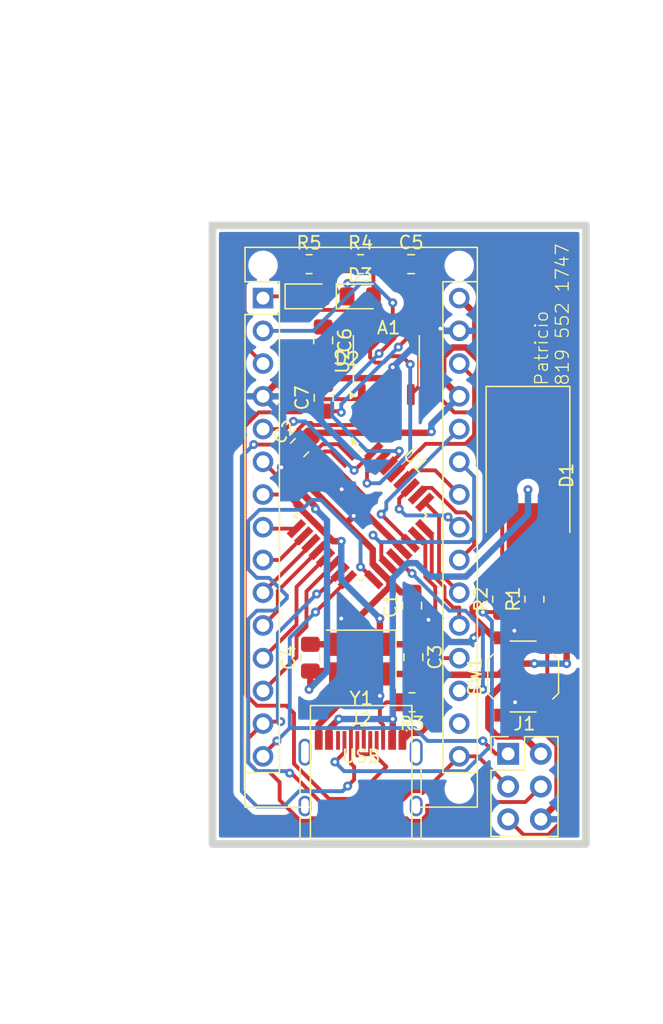
<source format=kicad_pcb>
(kicad_pcb (version 20240108) (generator "pcbnew") (generator_version "8.0")
  (layers (0 "F.Cu" signal) (31 "B.Cu" signal) (34 "B.Paste" user) (35 "F.Paste" user) (36 "B.SilkS" user "B.Silkscreen") (37 "F.SilkS" user "F.Silkscreen") (38 "B.Mask" user) (39 "F.Mask" user) (44 "Edge.Cuts" user))
  (net 0 "")
  (net 1 "D12")
  (net 2 "D10")
  (net 3 "A0")
  (net 4 "D11")
  (net 5 "D2")
  (net 6 "A4")
  (net 7 "A6")
  (net 8 "D4")
  (net 9 "D6")
  (net 10 "D0")
  (net 11 "GND")
  (net 12 "AREF")
  (net 13 "D1")
  (net 14 "VCC")
  (net 15 "A2")
  (net 16 "A1")
  (net 17 "/RESET")
  (net 18 "A3")
  (net 19 "D8")
  (net 21 "D9")
  (net 22 "A7")
  (net 23 "D5")
  (net 24 "A5")
  (net 25 "D3")
  (net 26 "D7")
  (net 27 "D13")
  (net 28 "Net-(U1-XTAL2{slash}PB7)")
  (net 29 "Net-(U1-XTAL1{slash}PB6)")
  (net 30 "Net-(U2-~{RTS})")
  (net 31 "Net-(U2-V3)")
  (net 32 "Net-(U2-VCC)")
  (net 33 "/VBUS")
  (net 34 "Net-(D2-A)")
  (net 35 "Net-(D3-A)")
  (net 36 "Net-(J2-CC2)")
  (net 37 "/UD-")
  (net 38 "/UD+")
  (net 42 "Net-(J2-CC1)")
  (net 46 "Net-(U1-GND-Pad21)")
  (footprint "Resistor_SMD:R_0805_2012Metric_Pad1.20x1.40mm_HandSolder" (layer "F.Cu") (at 135.5 76)
    (property "Reference" "R4")
    (property "Value" "1K")
  )
  (footprint "Module:Arduino_Nano_WithMountingHoles" (layer "F.Cu") (at 127.925 78.635)
    (property "Reference" "A1")
    (property "Value" "Arduino_Nano_v3.x")
  )
  (footprint "Capacitor_SMD:C_0805_2012Metric_Pad1.18x1.45mm_HandSolder" (layer "F.Cu") (at 132.635 86.375 90)
    (property "Reference" "C7")
    (property "Value" "100nf")
  )
  (footprint "Resistor_SMD:R_0805_2012Metric_Pad1.20x1.40mm_HandSolder" (layer "F.Cu") (at 149 102 90)
    (property "Reference" "R1")
    (property "Value" "100k")
  )
  (footprint "Capacitor_SMD:C_0805_2012Metric_Pad1.18x1.45mm_HandSolder" (layer "F.Cu") (at 130.766377 90.233623 45)
    (property "Reference" "C2")
    (property "Value" "100nf")
  )
  (footprint "Capacitor_SMD:C_0805_2012Metric_Pad1.18x1.45mm_HandSolder" (layer "F.Cu") (at 132.5975 81.9125 -90)
    (property "Reference" "C6")
    (property "Value" "100nf")
  )
  (footprint "Capacitor_SMD:C_0805_2012Metric_Pad1.18x1.45mm_HandSolder" (layer "F.Cu") (at 139.5 102.5 90)
    (property "Reference" "C1")
    (property "Value" "100nf")
  )
  (footprint "Resistor_SMD:R_0805_2012Metric_Pad1.20x1.40mm_HandSolder" (layer "F.Cu") (at 131.5 76)
    (property "Reference" "R5")
    (property "Value" "1K")
  )
  (footprint "LED_SMD:LED_0805_2012Metric_Pad1.15x1.40mm_HandSolder" (layer "F.Cu") (at 135.475 78.5)
    (property "Reference" "D3")
    (property "Value" "GREEN")
  )
  (footprint "Package_QFP:TQFP-32_7x7mm_P0.8mm" (layer "F.Cu") (at 135.5 95.5 -45)
    (property "Reference" "U1")
    (property "Value" "ATmega328P-A")
  )
  (footprint "Button_Switch_SMD:SW_Push_1P1T_XKB_TS-1187A" (layer "F.Cu") (at 148.125 108 90)
    (property "Reference" "SW1")
    (property "Value" "SW_SPST")
  )
  (footprint "LED_SMD:LED_0805_2012Metric_Pad1.15x1.40mm_HandSolder" (layer "F.Cu") (at 131.5 78.5)
    (property "Reference" "D2")
    (property "Value" "YELLOW")
  )
  (footprint "Capacitor_SMD:C_0805_2012Metric_Pad1.18x1.45mm_HandSolder" (layer "F.Cu") (at 131.6 106.5375 90)
    (property "Reference" "C4")
    (property "Value" "12pf")
  )
  (footprint "Capacitor_SMD:C_0805_2012Metric_Pad1.18x1.45mm_HandSolder" (layer "F.Cu") (at 139.6 106.5 -90)
    (property "Reference" "C3")
    (property "Value" "12pf")
  )
  (footprint "Package_SO:SOP-8_3.9x4.9mm_P1.27mm" (layer "F.Cu") (at 137.5 83.5 90)
    (property "Reference" "U2")
    (property "Value" "CH340N")
  )
  (footprint "Diode_SMD:D_SMC_Handsoldering" (layer "F.Cu") (at 148.5 92.4 -90)
    (property "Reference" "D1")
    (property "Value" "C35722")
  )
  (footprint "Resistor_SMD:R_0805_2012Metric_Pad1.20x1.40mm_HandSolder" (layer "F.Cu") (at 139.5 110 180)
    (property "Reference" "R3")
    (property "Value" "5K1")
  )
  (footprint "Capacitor_SMD:C_0805_2012Metric_Pad1.18x1.45mm_HandSolder" (layer "F.Cu") (at 139.425 76)
    (property "Reference" "C5")
    (property "Value" "100nf")
  )
  (footprint "Resistor_SMD:R_0805_2012Metric_Pad1.20x1.40mm_HandSolder" (layer "F.Cu") (at 146.5 102 90)
    (property "Reference" "R2")
    (property "Value" "5K1")
  )
  (footprint "Connector_PinHeader_2.54mm:PinHeader_2x03_P2.54mm_Vertical" (layer "F.Cu") (at 146.96 114)
    (property "Reference" "J1")
    (property "Value" "ICSP")
  )
  (footprint "Crystal:Crystal_SMD_3225-4Pin_3.2x2.5mm_HandSoldering" (layer "F.Cu") (at 135.55 106.65 180)
    (property "Reference" "Y1")
    (property "Value" "Crystal_GND24")
  )
  (footprint "Connector_USB:USB_C_Receptacle_HRO_TYPE-C-31-M-12" (layer "F.Cu") (at 135.5 117)
    (property "Reference" "J2")
    (property "Value" "USB_C_Receptacle_USB2.0_16P")
  )
  (gr_rect (start 124 73) (end 153 121) (stroke (width 0.6)) (fill none) (layer "Edge.Cuts"))
  (gr_text "Patricio\n819 552 1747" (at 151.75 85.49 90) (layer "F.SilkS") (effects (font (size 1 1) (thickness 0.1)) (justify left bottom)))
  (segment (start 127.925 114.075) (end 129 113) (width 0.3) (layer "F.Cu") (net 1))
  (segment (start 146 114) (end 145 113) (width 0.3) (layer "F.Cu") (net 1))
  (segment (start 127.925 114.195) (end 127.925 114.075) (width 0.3) (layer "F.Cu") (net 1))
  (segment (start 146.96 114) (end 146 114) (width 0.3) (layer "F.Cu") (net 1))
  (segment (start 132 103) (end 134.474695 100.525305) (width 0.3) (layer "F.Cu") (net 1))
  (segment (start 134.474695 100.525305) (end 134.474695 100.485103) (width 0.3) (layer "F.Cu") (net 1))
  (via (at 145 113) (size 0.7) (drill 0.3) (layers "F.Cu" "B.Cu") (net 1))
  (via (at 132 103) (size 0.7) (drill 0.3) (layers "F.Cu" "B.Cu") (net 1))
  (via (at 129 113) (size 0.7) (drill 0.3) (layers "F.Cu" "B.Cu") (net 1))
  (segment (start 140.702082 113) (end 139.702082 112) (width 0.3) (layer "B.Cu") (net 1))
  (segment (start 129 113) (end 130 112) (width 0.3) (layer "B.Cu") (net 1))
  (segment (start 139.702082 112) (end 130 112) (width 0.3) (layer "B.Cu") (net 1))
  (segment (start 130 105) (end 132 103) (width 0.3) (layer "B.Cu") (net 1))
  (segment (start 145 113) (end 140.702082 113) (width 0.3) (layer "B.Cu") (net 1))
  (segment (start 130 112) (end 130 105) (width 0.3) (layer "B.Cu") (net 1))
  (segment (start 131.3 104.132044) (end 131.3 101.397056) (width 0.3) (layer "F.Cu") (net 2))
  (segment (start 127.925 109.115) (end 130.525 106.515) (width 0.3) (layer "F.Cu") (net 2))
  (segment (start 130.525 106.515) (end 130.525 104.907044) (width 0.3) (layer "F.Cu") (net 2))
  (segment (start 131.3 101.397056) (end 133.343324 99.353732) (width 0.3) (layer "F.Cu") (net 2))
  (segment (start 130.525 104.907044) (end 131.3 104.132044) (width 0.3) (layer "F.Cu") (net 2))
  (segment (start 141.3 101.044212) (end 140.529557 100.273769) (width 0.3) (layer "F.Cu") (net 3))
  (segment (start 141.5 106.5) (end 141.5 103.18995) (width 0.3) (layer "F.Cu") (net 3))
  (segment (start 141.5 103.18995) (end 141.3 102.98995) (width 0.3) (layer "F.Cu") (net 3))
  (segment (start 139.919417 97.09099) (end 139.919417 97.335763) (width 0.3) (layer "F.Cu") (net 3))
  (segment (start 141.3 102.98995) (end 141.3 101.044212) (width 0.3) (layer "F.Cu") (net 3))
  (segment (start 140.529557 100.273769) (end 140.529557 97.70113) (width 0.3) (layer "F.Cu") (net 3))
  (segment (start 141.5 106.5) (end 141.575 106.575) (width 0.3) (layer "F.Cu") (net 3))
  (segment (start 143.165 106.575) (end 141.575 106.575) (width 0.3) (layer "F.Cu") (net 3))
  (segment (start 140.529557 97.70113) (end 139.919417 97.09099) (width 0.3) (layer "F.Cu") (net 3))
  (segment (start 126.775 114.671346) (end 126.775 112.805) (width 0.3) (layer "F.Cu") (net 4))
  (segment (start 129.215 117.587082) (end 129.215 116.200665) (width 0.3) (layer "F.Cu") (net 4))
  (segment (start 130.827918 119.2) (end 129.215 117.587082) (width 0.3) (layer "F.Cu") (net 4))
  (segment (start 129.215 116.200665) (end 128.359335 115.345) (width 0.3) (layer "F.Cu") (net 4))
  (segment (start 126.775 112.805) (end 127.925 111.655) (width 0.3) (layer "F.Cu") (net 4))
  (segment (start 140.67 118.702082) (end 140.172082 119.2) (width 0.3) (layer "F.Cu") (net 4))
  (segment (start 143.954999 118.025) (end 140.67 118.025) (width 0.3) (layer "F.Cu") (net 4))
  (segment (start 129.3 111.5) (end 128.08 111.5) (width 0.3) (layer "F.Cu") (net 4))
  (segment (start 132.234924 101.593503) (end 133.90901 99.919417) (width 0.3) (layer "F.Cu") (net 4))
  (segment (start 128.359335 115.345) (end 127.448654 115.345) (width 0.3) (layer "F.Cu") (net 4))
  (segment (start 144.239999 117.74) (end 143.954999 118.025) (width 0.3) (layer "F.Cu") (net 4))
  (segment (start 140.172082 119.2) (end 139.267918 119.2) (width 0.3) (layer "F.Cu") (net 4))
  (segment (start 131.532082 119.2) (end 130.827918 119.2) (width 0.3) (layer "F.Cu") (net 4))
  (segment (start 139.267918 119.2) (end 139.067918 119) (width 0.3) (layer "F.Cu") (net 4))
  (segment (start 132.093503 101.593503) (end 132.234924 101.593503) (width 0.3) (layer "F.Cu") (net 4))
  (segment (start 128.08 111.5) (end 127.925 111.655) (width 0.3) (layer "F.Cu") (net 4))
  (segment (start 127.448654 115.345) (end 126.775 114.671346) (width 0.3) (layer "F.Cu") (net 4))
  (segment (start 131.732082 119) (end 131.532082 119.2) (width 0.3) (layer "F.Cu") (net 4))
  (segment (start 149.5 116.54) (end 148.3 117.74) (width 0.3) (layer "F.Cu") (net 4))
  (segment (start 139.067918 119) (end 131.732082 119) (width 0.3) (layer "F.Cu") (net 4))
  (segment (start 148.3 117.74) (end 144.239999 117.74) (width 0.3) (layer "F.Cu") (net 4))
  (segment (start 140.67 118.025) (end 140.67 118.702082) (width 0.3) (layer "F.Cu") (net 4))
  (via (at 132.093503 101.593503) (size 0.7) (drill 0.3) (layers "F.Cu" "B.Cu") (net 4))
  (via (at 129.3 111.5) (size 0.7) (drill 0.3) (layers "F.Cu" "B.Cu") (net 4))
  (segment (start 129.3 111.5) (end 129.075 111.275) (width 0.3) (layer "B.Cu") (net 4))
  (segment (start 129.075 104.612006) (end 132.093503 101.593503) (width 0.3) (layer "B.Cu") (net 4))
  (segment (start 129.075 111.275) (end 129.075 104.612006) (width 0.3) (layer "B.Cu") (net 4))
  (segment (start 135.040202 92) (end 136.525305 90.514897) (width 0.3) (layer "F.Cu") (net 5))
  (segment (start 135 92) (end 135.040202 92) (width 0.3) (layer "F.Cu") (net 5))
  (segment (start 130.289771 88.199999) (end 129.69477 88.795) (width 0.3) (layer "F.Cu") (net 5))
  (segment (start 129.69477 88.795) (end 127.925 88.795) (width 0.3) (layer "F.Cu") (net 5))
  (via (at 135 92) (size 0.7) (drill 0.3) (layers "F.Cu" "B.Cu") (net 5))
  (via (at 130.289771 88.199999) (size 0.7) (drill 0.3) (layers "F.Cu" "B.Cu") (net 5))
  (segment (start 130.289771 88.199999) (end 131.199999 88.199999) (width 0.3) (layer "B.Cu") (net 5))
  (segment (start 131.199999 88.199999) (end 135 92) (width 0.3) (layer "B.Cu") (net 5))
  (segment (start 138.5 95) (end 138.5 94.197056) (width 0.3) (layer "F.Cu") (net 6))
  (segment (start 143.165 96.415) (end 143.088705 96.415) (width 0.3) (layer "F.Cu") (net 6))
  (segment (start 143.088705 96.415) (end 142.295243 95.621538) (width 0.3) (layer "F.Cu") (net 6))
  (segment (start 138.5 94.197056) (end 139.353732 93.343324) (width 0.3) (layer "F.Cu") (net 6))
  (via (at 142.295243 95.621538) (size 0.7) (drill 0.3) (layers "F.Cu" "B.Cu") (net 6))
  (via (at 138.5 95) (size 0.7) (drill 0.3) (layers "F.Cu" "B.Cu") (net 6))
  (segment (start 142.295243 95.621538) (end 142.173705 95.5) (width 0.3) (layer "B.Cu") (net 6))
  (segment (start 142.173705 95.5) (end 139 95.5) (width 0.3) (layer "B.Cu") (net 6))
  (segment (start 139 95.5) (end 138.5 95) (width 0.3) (layer "B.Cu") (net 6))
  (segment (start 137.656676 99.353732) (end 137.112221 98.809277) (width 0.3) (layer "F.Cu") (net 7))
  (segment (start 137.112221 97.677907) (end 136.467157 97.032843) (width 0.3) (layer "F.Cu") (net 7))
  (segment (start 137.112221 98.809277) (end 137.112221 97.677907) (width 0.3) (layer "F.Cu") (net 7))
  (via (at 136.467157 97.032843) (size 0.7) (drill 0.3) (layers "F.Cu" "B.Cu") (net 7))
  (segment (start 136.999314 97.565) (end 143.935 97.565) (width 0.3) (layer "B.Cu") (net 7))
  (segment (start 143.935 97.565) (end 144.315 97.185) (width 0.3) (layer "B.Cu") (net 7))
  (segment (start 144.315 92.485) (end 143.165 91.335) (width 0.3) (layer "B.Cu") (net 7))
  (segment (start 136.467157 97.032843) (end 136.999314 97.565) (width 0.3) (layer "B.Cu") (net 7))
  (segment (start 144.315 97.185) (end 144.315 92.485) (width 0.3) (layer "B.Cu") (net 7))
  (segment (start 129.352386 93.875) (end 127.925 93.875) (width 0.3) (layer "F.Cu") (net 8))
  (segment (start 133.90901 91.080583) (end 133.364555 90.536128) (width 0.3) (layer "F.Cu") (net 8))
  (segment (start 132.691258 90.536128) (end 129.352386 93.875) (width 0.3) (layer "F.Cu") (net 8))
  (segment (start 133.364555 90.536128) (end 132.691258 90.536128) (width 0.3) (layer "F.Cu") (net 8))
  (segment (start 131.080583 97.09099) (end 129.216573 98.955) (width 0.3) (layer "F.Cu") (net 9))
  (segment (start 129.216573 98.955) (end 127.925 98.955) (width 0.3) (layer "F.Cu") (net 9))
  (segment (start 138 80.74) (end 138.135 80.875) (width 0.3) (layer "F.Cu") (net 10))
  (segment (start 137.656676 91.646268) (end 138.5 90.802944) (width 0.3) (layer "F.Cu") (net 10))
  (segment (start 134.45 77.55) (end 134.5 77.5) (width 0.3) (layer "F.Cu") (net 10))
  (segment (start 136.939339 82.939339) (end 138.135 81.743678) (width 0.3) (layer "F.Cu") (net 10))
  (segment (start 138.5 90.802944) (end 138.5 90.5) (width 0.3) (layer "F.Cu") (net 10))
  (segment (start 138.135 81.743678) (end 138.135 80.875) (width 0.3) (layer "F.Cu") (net 10))
  (segment (start 138 79) (end 138 80.74) (width 0.3) (layer "F.Cu") (net 10))
  (segment (start 134.45 78.5) (end 134.45 77.55) (width 0.3) (layer "F.Cu") (net 10))
  (via (at 138 79) (size 0.7) (drill 0.3) (layers "F.Cu" "B.Cu") (net 10))
  (via (at 134.5 77.5) (size 0.7) (drill 0.3) (layers "F.Cu" "B.Cu") (net 10))
  (via (at 136.939339 82.939339) (size 0.7) (drill 0.3) (layers "F.Cu" "B.Cu") (net 10))
  (via (at 138.5 90.5) (size 0.7) (drill 0.3) (layers "F.Cu" "B.Cu") (net 10))
  (segment (start 138.5 90.5) (end 136.01005 90.5) (width 0.3) (layer "B.Cu") (net 10))
  (segment (start 134.5 77.5) (end 135.5 77.5) (width 0.3) (layer "B.Cu") (net 10))
  (segment (start 133.3 86.578678) (end 136.939339 82.939339) (width 0.3) (layer "B.Cu") (net 10))
  (segment (start 133.3 87.78995) (end 133.3 86.578678) (width 0.3) (layer "B.Cu") (net 10))
  (segment (start 131.825 81.175) (end 127.925 81.175) (width 0.3) (layer "B.Cu") (net 10))
  (segment (start 135.5 77.5) (end 136.5 77.5) (width 0.3) (layer "B.Cu") (net 10))
  (segment (start 136.5 77.5) (end 138 79) (width 0.3) (layer "B.Cu") (net 10))
  (segment (start 136.01005 90.5) (end 133.3 87.78995) (width 0.3) (layer "B.Cu") (net 10))
  (segment (start 135.5 77.5) (end 131.825 81.175) (width 0.3) (layer "B.Cu") (net 10))
  (segment (start 129.349126 91.650874) (end 130.032754 90.967246) (width 0.5) (layer "F.Cu") (net 11))
  (segment (start 139.3375 107.8) (end 139.6 107.5375) (width 0.5) (layer "F.Cu") (net 11))
  (segment (start 134 105.4) (end 134.1 105.5) (width 0.5) (layer "F.Cu") (net 11))
  (segment (start 132.635 85.3375) (end 132.635 82.9875) (width 0.5) (layer "F.Cu") (net 11))
  (segment (start 137.735445 100.563872) (end 137.735445 101.042731) (width 0.5) (layer "F.Cu") (net 11))
  (segment (start 138.135 85.300001) (end 137.684999 84.85) (width 0.5) (layer "F.Cu") (net 11))
  (segment (start 134.401472 96.098528) (end 134.967157 95.532843) (width 0.5) (layer "F.Cu") (net 11))
  (segment (start 127.925 86.255) (end 128.8425 85.3375) (width 0.5) (layer "F.Cu") (net 11))
  (segment (start 138.634073 101.4625) (end 139.5 101.4625) (width 0.5) (layer "F.Cu") (net 11))
  (segment (start 139.335 112.37) (end 140.13 112.37) (width 0.5) (layer "F.Cu") (net 11))
  (segment (start 140.675 103.498158) (end 140.775 103.598158) (width 0.5) (layer "F.Cu") (net 11))
  (segment (start 135.278176 103.5) (end 134 103.5) (width 0.5) (layer "F.Cu") (net 11))
  (segment (start 138 84) (end 138 84.534999) (width 0.5) (layer "F.Cu") (net 11))
  (segment (start 137.09099 99.919417) (end 136.446536 99.274963) (width 0.5) (layer "F.Cu") (net 11))
  (segment (start 137 107.8) (end 139.3375 107.8) (width 0.5) (layer "F.Cu") (net 11))
  (segment (start 146.5 111) (end 147.5 110) (width 0.5) (layer "F.Cu") (net 11))
  (segment (start 146.803186 104.446814) (end 146.25 105) (width 0.5) (layer "F.Cu") (net 11))
  (segment (start 147.2 111.95) (end 146.25 111) (width 0.5) (layer "F.Cu") (net 11))
  (segment (start 144.684315 103.815685) (end 144.2 103.331371) (width 0.5) (layer "F.Cu") (net 11))
  (segment (start 132.635 82.9875) (end 132.5975 82.95) (width 0.5) (layer "F.Cu") (net 11))
  (segment (start 131.6 105.5) (end 134.1 105.5) (width 0.5) (layer "F.Cu") (net 11))
  (segment (start 138.75 112.955) (end 139.335 112.37) (width 0.5) (layer "F.Cu") (net 11))
  (segment (start 144.2 102.668629) (end 145.868629 101) (width 0.5) (layer "F.Cu") (net 11))
  (segment (start 149.5 119.08) (end 150.8 117.78) (width 0.5) (layer "F.Cu") (net 11))
  (segment (start 133.1225 84.85) (end 132.635 85.3375) (width 0.5) (layer "F.Cu") (net 11))
  (segment (start 146.25 105) (end 145.868629 105) (width 0.5) (layer "F.Cu") (net 11))
  (segment (start 147.446814 104.446814) (end 146.803186 104.446814) (width 0.5) (layer "F.Cu") (net 11))
  (segment (start 134.032843 93.467157) (end 132.777639 92.211953) (width 0.5) (layer "F.Cu") (net 11))
  (segment (start 150.8 117.78) (end 150.8 113.3) (width 0.5) (layer "F.Cu") (net 11))
  (segment (start 140.5 112) (end 140.5 110) (width 0.5) (layer "F.Cu") (net 11))
  (segment (start 137.09099 99.919417) (end 138.634073 101.4625) (width 0.5) (layer "F.Cu") (net 11))
  (segment (start 136.446536 99.274963) (end 136.446536 98.143592) (width 0.5) (layer "F.Cu") (net 11))
  (segment (start 140.13 112.37) (end 140.5 112) (width 0.5) (layer "F.Cu") (net 11))
  (segment (start 137.684999 84.85) (end 133.1225 84.85) (width 0.5) (layer "F.Cu") (net 11))
  (segment (start 145.868629 105) (end 144.684315 103.815685) (width 0.5) (layer "F.Cu") (net 11))
  (segment (start 146.25 111) (end 146.5 111) (width 0.5) (layer "F.Cu") (net 11))
  (segment (start 138.135 86.125) (end 138.135 85.300001) (width 0.5) (layer "F.Cu") (net 11))
  (segment (start 149.45 111.95) (end 147.2 111.95) (width 0.5) (layer "F.Cu") (net 11))
  (segment (start 138.75 112.955) (end 138.75 112.25) (width 0.5) (layer "F.Cu") (net 11))
  (segment (start 136.446536 98.143592) (end 134.401472 96.098528) (width 0.5) (layer "F.Cu") (net 11))
  (segment (start 134 103.5) (end 134 105.4) (width 0.5) (layer "F.Cu") (net 11))
  (segment (start 145.868629 101) (end 146.5 101) (width 0.5) (layer "F.Cu") (net 11))
  (segment (start 144.3 105) (end 144.684315 104.615685) (width 0.5) (layer "F.Cu") (net 11))
  (segment (start 150.8 113.3) (end 149.45 111.95) (width 0.5) (layer "F.Cu") (net 11))
  (segment (start 144.2 103.331371) (end 144.2 102.668629) (width 0.5) (layer "F.Cu") (net 11))
  (segment (start 140.675 102.6375) (end 140.675 103.498158) (width 0.5) (layer "F.Cu") (net 11))
  (segment (start 134.401472 96.098528) (end 131.646268 93.343324) (width 0.5) (layer "F.Cu") (net 11))
  (segment (start 128.8425 85.3375) (end 132.635 85.3375) (width 0.5) (layer "F.Cu") (net 11))
  (segment (start 137.735445 101.042731) (end 135.278176 103.5) (width 0.5) (layer "F.Cu") (net 11))
  (segment (start 138 84.534999) (end 137.684999 84.85) (width 0.5) (layer "F.Cu") (net 11))
  (segment (start 144.684315 104.615685) (end 144.684315 103.815685) (width 0.5) (layer "F.Cu") (net 11))
  (segment (start 139.6 107.5375) (end 139.6 109.6) (width 0.5) (layer "F.Cu") (net 11))
  (segment (start 141.875 81.175) (end 141.7 81) (width 0.5) (layer "F.Cu") (net 11))
  (segment (start 132.25 111.73) (end 132.25 112.955) (width 0.5) (layer "F.Cu") (net 11))
  (segment (start 134.48 109.5) (end 132.25 111.73) (width 0.5) (layer "F.Cu") (net 11))
  (segment (start 139.5 101.4625) (end 140.675 102.6375) (width 0.5) (layer "F.Cu") (net 11))
  (segment (start 137 107.8) (end 137 109.5) (width 0.5) (layer "F.Cu") (net 11))
  (segment (start 137.09099 99.919417) (end 137.735445 100.563872) (width 0.5) (layer "F.Cu") (net 11))
  (segment (start 139.6 109.6) (end 140.5 110.5) (width 0.5) (layer "F.Cu") (net 11))
  (segment (start 129.349126 91.769176) (end 129.349126 91.650874) (width 0.5) (layer "F.Cu") (net 11))
  (segment (start 137 109.5) (end 134.48 109.5) (width 0.5) (layer "F.Cu") (net 11))
  (segment (start 143.165 81.175) (end 141.875 81.175) (width 0.5) (layer "F.Cu") (net 11))
  (via (at 147.5 110) (size 0.7) (drill 0.3) (layers "F.Cu" "B.Cu") (net 11))
  (via (at 134 103.5) (size 0.7) (drill 0.3) (layers "F.Cu" "B.Cu") (net 11))
  (via (at 140.775 103.598158) (size 0.7) (drill 0.3) (layers "F.Cu" "B.Cu") (net 11))
  (via (at 141.7 81) (size 0.7) (drill 0.3) (layers "F.Cu" "B.Cu") (net 11))
  (via (at 138 84) (size 0.7) (drill 0.3) (layers "F.Cu" "B.Cu") (net 11))
  (via (at 137 109.5) (size 0.7) (drill 0.3) (layers "F.Cu" "B.Cu") (net 11))
  (via (at 147.446814 104.446814) (size 0.7) (drill 0.3) (layers "F.Cu" "B.Cu") (net 11))
  (via (at 134.967157 95.532843) (size 0.7) (drill 0.3) (layers "F.Cu" "B.Cu") (net 11))
  (via (at 129.349126 91.769176) (size 0.7) (drill 0.3) (layers "F.Cu" "B.Cu") (net 11))
  (via (at 134.032843 93.467157) (size 0.7) (drill 0.3) (layers "F.Cu" "B.Cu") (net 11))
  (via (at 144.3 105) (size 0.7) (drill 0.3) (layers "F.Cu" "B.Cu") (net 11))
  (segment (start 147.5 110) (end 147.5 104.5) (width 0.5) (layer "B.Cu") (net 11))
  (segment (start 134 103.5) (end 134 106.5) (width 0.5) (layer "B.Cu") (net 11))
  (segment (start 141 81) (end 138 84) (width 0.5) (layer "B.Cu") (net 11))
  (segment (start 140.775 103.598158) (end 142.501842 105.325) (width 0.5) (layer "B.Cu") (net 11))
  (segment (start 134.532843 93.967157) (end 134.032843 93.467157) (width 0.5) (layer "B.Cu") (net 11))
  (segment (start 141.7 81) (end 141 81) (width 0.5) (layer "B.Cu") (net 11))
  (segment (start 134.967157 95.532843) (end 134.967157 94.401471) (width 0.5) (layer "B.Cu") (net 11))
  (segment (start 134 106.5) (end 137 109.5) (width 0.5) (layer "B.Cu") (net 11))
  (segment (start 130 91.769176) (end 129.489771 91.258947) (width 0.5) (layer "B.Cu") (net 11))
  (segment (start 147.5 104.5) (end 147.446814 104.446814) (width 0.5) (layer "B.Cu") (net 11))
  (segment (start 142.501842 105.325) (end 143.975 105.325) (width 0.5) (layer "B.Cu") (net 11))
  (segment (start 143.975 105.325) (end 144.3 105) (width 0.5) (layer "B.Cu") (net 11))
  (segment (start 132.334862 91.769176) (end 130 91.769176) (width 0.5) (layer "B.Cu") (net 11))
  (segment (start 129.489771 87.819771) (end 127.925 86.255) (width 0.5) (layer "B.Cu") (net 11))
  (segment (start 134.967157 94.401471) (end 134.532843 93.967157) (width 0.5) (layer "B.Cu") (net 11))
  (segment (start 130 91.769176) (end 129.349126 91.769176) (width 0.5) (layer "B.Cu") (net 11))
  (segment (start 134.532843 93.967157) (end 132.334862 91.769176) (width 0.5) (layer "B.Cu") (net 11))
  (segment (start 129.489771 91.258947) (end 129.489771 87.819771) (width 0.5) (layer "B.Cu") (net 11))
  (segment (start 143.165 109.115) (end 144.885 109.115) (width 0.3) (layer "F.Cu") (net 12))
  (segment (start 144.885 109.115) (end 145 109) (width 0.3) (layer "F.Cu") (net 12))
  (segment (start 139.5 100) (end 139.434314 100) (width 0.3) (layer "F.Cu") (net 12))
  (segment (start 139.434314 100) (end 138.222361 98.788047) (width 0.3) (layer "F.Cu") (net 12))
  (via (at 139.5 100) (size 0.7) (drill 0.3) (layers "F.Cu" "B.Cu") (net 12))
  (via (at 145 109) (size 0.7) (drill 0.3) (layers "F.Cu" "B.Cu") (net 12))
  (segment (start 145 104.243654) (end 143.641346 102.885) (width 0.3) (layer "B.Cu") (net 12))
  (segment (start 142.385 102.885) (end 139.5 100) (width 0.3) (layer "B.Cu") (net 12))
  (segment (start 145 109) (end 145 104.243654) (width 0.3) (layer "B.Cu") (net 12))
  (segment (start 143.641346 102.885) (end 142.385 102.885) (width 0.3) (layer "B.Cu") (net 12))
  (segment (start 136 92.171573) (end 136 93) (width 0.3) (layer "F.Cu") (net 13))
  (segment (start 137.278678 83.639339) (end 136.639339 83.639339) (width 0.3) (layer "F.Cu") (net 13))
  (segment (start 136.865 82.023728) (end 136.865 80.875) (width 0.3) (layer "F.Cu") (net 13))
  (segment (start 130.475 78.5) (end 128.06 78.5) (width 0.3) (layer "F.Cu") (net 13))
  (segment (start 128.06 78.5) (end 127.925 78.635) (width 0.3) (layer "F.Cu") (net 13))
  (segment (start 136.239339 82.649389) (end 136.865 82.023728) (width 0.3) (layer "F.Cu") (net 13))
  (segment (start 136.364999 79.55) (end 131.525 79.55) (width 0.3) (layer "F.Cu") (net 13))
  (segment (start 136.639339 83.639339) (end 136.239339 83.239339) (width 0.3) (layer "F.Cu") (net 13))
  (segment (start 131.525 79.55) (end 130.475 78.5) (width 0.3) (layer "F.Cu") (net 13))
  (segment (start 138.717969 83.139339) (end 137.778678 83.139339) (width 0.3) (layer "F.Cu") (net 13))
  (segment (start 139.355 83.77637) (end 138.717969 83.139339) (width 0.3) (layer "F.Cu") (net 13))
  (segment (start 136.865 80.050001) (end 136.364999 79.55) (width 0.3) (layer "F.Cu") (net 13))
  (segment (start 136.865 80.875) (end 136.865 80.050001) (width 0.3) (layer "F.Cu") (net 13))
  (segment (start 137.09099 91.080583) (end 136 92.171573) (width 0.3) (layer "F.Cu") (net 13))
  (segment (start 136.239339 83.239339) (end 136.239339 82.649389) (width 0.3) (layer "F.Cu") (net 13))
  (segment (start 137.778678 83.139339) (end 137.278678 83.639339) (width 0.3) (layer "F.Cu") (net 13))
  (via (at 136 93) (size 0.7) (drill 0.3) (layers "F.Cu" "B.Cu") (net 13))
  (via (at 139.355 83.77637) (size 0.7) (drill 0.3) (layers "F.Cu" "B.Cu") (net 13))
  (segment (start 139.355 90.63495) (end 139.355 83.77637) (width 0.3) (layer "B.Cu") (net 13))
  (segment (start 136.98995 93) (end 139.355 90.63495) (width 0.3) (layer "B.Cu") (net 13))
  (segment (start 136 93) (end 136.98995 93) (width 0.3) (layer "B.Cu") (net 13))
  (segment (start 143.165 86.255) (end 141.915 85.005) (width 0.5) (layer "F.Cu") (net 14))
  (segment (start 144.415 83.085) (end 144.358883 83.141117) (width 0.5) (layer "F.Cu") (net 14))
  (segment (start 149 103) (end 149 104.025) (width 0.5) (layer "F.Cu") (net 14))
  (segment (start 148.15 112.65) (end 146.125 112.65) (width 0.5) (layer "F.Cu") (net 14))
  (segment (start 146.21 107.865) (end 141.365 107.865) (width 0.5) (layer "F.Cu") (net 14))
  (segment (start 144.415 79.885) (end 144.415 83.085) (width 0.5) (layer "F.Cu") (net 14))
  (segment (start 142.647233 82.465) (end 143.682767 82.465) (width 0.5) (layer "F.Cu") (net 14))
  (segment (start 141.915 83.197233) (end 142.647233 82.465) (width 0.5) (layer "F.Cu") (net 14))
  (segment (start 147.075 107) (end 149 107) (width 0.5) (layer "F.Cu") (net 14))
  (segment (start 148.5 87.282233) (end 148.5 88) (width 0.5) (layer "F.Cu") (net 14))
  (segment (start 149.5 114) (end 148.15 112.65) (width 0.5) (layer "F.Cu") (net 14))
  (segment (start 151.5 107) (end 151.5 91) (width 0.5) (layer "F.Cu") (net 14))
  (segment (start 145.425 111.95) (end 145.425 109.706371) (width 0.5) (layer "F.Cu") (net 14))
  (segment (start 151.5 91) (end 148.5 88) (width 0.5) (layer "F.Cu") (net 14))
  (segment (start 146.125 112.65) (end 145.425 111.95) (width 0.5) (layer "F.Cu") (net 14))
  (segment (start 131.915426 89.084574) (end 140.915426 89.084574) (width 0.5) (layer "F.Cu") (net 14))
  (segment (start 140.775 106.903122) (end 140.685939 106.814061) (width 0.5) (layer "F.Cu") (net 14))
  (segment (start 140.775 106.096878) (end 140.775 104.8125) (width 0.5) (layer "F.Cu") (net 14))
  (segment (start 147.075 107) (end 147.075 105.95) (width 0.5) (layer "F.Cu") (net 14))
  (segment (start 140.685939 106.185939) (end 140.775 106.096878) (width 0.5) (layer "F.Cu") (net 14))
  (segment (start 140.775 107.275) (end 140.775 106.903122) (width 0.5) (layer "F.Cu") (net 14))
  (segment (start 141.915 85.005) (end 141.915 83.197233) (width 0.5) (layer "F.Cu") (net 14))
  (segment (start 143.165 78.635) (end 144.415 79.885) (width 0.5) (layer "F.Cu") (net 14))
  (segment (start 143.682767 82.465) (end 144.358883 83.141117) (width 0.5) (layer "F.Cu") (net 14))
  (segment (start 131.5 89.5) (end 131.915426 89.084574) (width 0.5) (layer "F.Cu") (net 14))
  (segment (start 147.075 108.056371) (end 147.075 107) (width 0.5) (layer "F.Cu") (net 14))
  (segment (start 140.685939 106.814061) (end 140.685939 106.185939) (width 0.5) (layer "F.Cu") (net 14))
  (segment (start 140.775 104.8125) (end 139.5 103.5375) (width 0.5) (layer "F.Cu") (net 14))
  (segment (start 144.358883 83.141117) (end 148.5 87.282233) (width 0.5) (layer "F.Cu") (net 14))
  (segment (start 145.425 109.706371) (end 147.075 108.056371) (width 0.5) (layer "F.Cu") (net 14))
  (segment (start 147.075 107) (end 146.21 107.865) (width 0.5) (layer "F.Cu") (net 14))
  (segment (start 141.365 107.865) (end 140.775 107.275) (width 0.5) (layer "F.Cu") (net 14))
  (segment (start 149 104.025) (end 147.075 105.95) (width 0.5) (layer "F.Cu") (net 14))
  (segment (start 140.915426 89.084574) (end 141 89) (width 0.5) (layer "F.Cu") (net 14))
  (via (at 149 107) (size 0.7) (drill 0.3) (layers "F.Cu" "B.Cu") (net 14))
  (via (at 141 89) (size 0.7) (drill 0.3) (layers "F.Cu" "B.Cu") (net 14))
  (via (at 151.5 107) (size 0.7) (drill 0.3) (layers "F.Cu" "B.Cu") (net 14))
  (segment (start 141 88.42) (end 143.165 86.255) (width 0.5) (layer "B.Cu") (net 14))
  (segment (start 141 89) (end 141 88.42) (width 0.5) (layer "B.Cu") (net 14))
  (segment (start 149 107) (end 151.5 107) (width 0.5) (layer "B.Cu") (net 14))
  (segment (start 141.595243 95.584835) (end 140.485103 94.474695) (width 0.3) (layer "F.Cu") (net 15))
  (segment (start 141.595243 99.925243) (end 141.595243 95.584835) (width 0.3) (layer "F.Cu") (net 15))
  (segment (start 143.165 101.495) (end 141.595243 99.925243) (width 0.3) (layer "F.Cu") (net 15))
  (segment (start 142.688654 102.645) (end 142.015 101.971346) (width 0.3) (layer "F.Cu") (net 16))
  (segment (start 142.015 101.052106) (end 141.029557 100.066663) (width 0.3) (layer "F.Cu") (net 16))
  (segment (start 143.165 102.645) (end 142.688654 102.645) (width 0.3) (layer "F.Cu") (net 16))
  (segment (start 143.165 104.035) (end 143.165 102.645) (width 0.3) (layer "F.Cu") (net 16))
  (segment (start 141.029557 97.069759) (end 140.485103 96.525305) (width 0.3) (layer "F.Cu") (net 16))
  (segment (start 141.029557 100.066663) (end 141.029557 97.069759) (width 0.3) (layer "F.Cu") (net 16))
  (segment (start 142.015 101.971346) (end 142.015 101.052106) (width 0.3) (layer "F.Cu") (net 16))
  (segment (start 138.222361 92.211953) (end 138.288047 92.211953) (width 0.3) (layer "F.Cu") (net 17))
  (segment (start 141 85.716346) (end 141 76.5375) (width 0.3) (layer "F.Cu") (net 17))
  (segment (start 140.555 89.945) (end 143.641346 89.945) (width 0.3) (layer "F.Cu") (net 17))
  (segment (start 126.5 75) (end 126.5 82.29) (width 0.3) (layer "F.Cu") (net 17))
  (segment (start 150.05 102.05) (end 150.05 104.95) (width 0.3) (layer "F.Cu") (net 17))
  (segment (start 146.96 119.08) (end 148.16 120.28) (width 0.3) (layer "F.Cu") (net 17))
  (segment (start 127.05 74.45) (end 126.5 75) (width 0.3) (layer "F.Cu") (net 17))
  (segment (start 141 76.5375) (end 140.4625 76) (width 0.3) (layer "F.Cu") (net 17))
  (segment (start 146.5 89.5) (end 144.543654 89.5) (width 0.3) (layer "F.Cu") (net 17))
  (segment (start 150.07 120.28) (end 151.85 118.5) (width 0.3) (layer "F.Cu") (net 17))
  (segment (start 146.5 99.2) (end 146.5 89.5) (width 0.3) (layer "F.Cu") (net 17))
  (segment (start 149 101) (end 150.05 102.05) (width 0.3) (layer "F.Cu") (net 17))
  (segment (start 150.85 111) (end 150 111) (width 0.3) (layer "F.Cu") (net 17))
  (segment (start 144.315 87.5) (end 142.783654 87.5) (width 0.3) (layer "F.Cu") (net 17))
  (segment (start 140.4625 76) (end 138.9125 74.45) (width 0.3) (layer "F.Cu") (net 17))
  (segment (start 151.85 112) (end 150.85 111) (width 0.3) (layer "F.Cu") (net 17))
  (segment (start 138.288047 92.211953) (end 140.555 89.945) (width 0.3) (layer "F.Cu") (net 17))
  (segment (start 144.315 89.271346) (end 144.315 87.5) (width 0.3) (layer "F.Cu") (net 17))
  (segment (start 148.3 101) (end 146.5 99.2) (width 0.3) (layer "F.Cu") (net 17))
  (segment (start 143.641346 89.945) (end 144.315 89.271346) (width 0.3) (layer "F.Cu") (net 17))
  (segment (start 150.05 104.95) (end 150 105) (width 0.3) (layer "F.Cu") (net 17))
  (segment (start 151.85 118.5) (end 151.85 112) (width 0.3) (layer "F.Cu") (net 17))
  (segment (start 138.9125 74.45) (end 127.05 74.45) (width 0.3) (layer "F.Cu") (net 17))
  (segment (start 144.315 84.865) (end 143.165 83.715) (width 0.3) (layer "F.Cu") (net 17))
  (segment (start 144.315 87.5) (end 144.315 84.865) (width 0.3) (layer "F.Cu") (net 17))
  (segment (start 148.16 120.28) (end 150.07 120.28) (width 0.3) (layer "F.Cu") (net 17))
  (segment (start 142.783654 87.5) (end 141 85.716346) (width 0.3) (layer "F.Cu") (net 17))
  (segment (start 149 101) (end 148.3 101) (width 0.3) (layer "F.Cu") (net 17))
  (segment (start 144.543654 89.5) (end 144.315 89.271346) (width 0.3) (layer "F.Cu") (net 17))
  (segment (start 150 111) (end 150 105) (width 0.3) (layer "F.Cu") (net 17))
  (segment (start 126.5 82.29) (end 127.925 83.715) (width 0.3) (layer "F.Cu") (net 17))
  (segment (start 140.463872 93.364555) (end 141.028209 93.364555) (width 0.3) (layer "F.Cu") (net 18))
  (segment (start 142.928654 95.265) (end 143.641346 95.265) (width 0.3) (layer "F.Cu") (net 18))
  (segment (start 139.919417 93.90901) (end 140.463872 93.364555) (width 0.3) (layer "F.Cu") (net 18))
  (segment (start 141.028209 93.364555) (end 142.928654 95.265) (width 0.3) (layer "F.Cu") (net 18))
  (segment (start 143.641346 95.265) (end 144.315 95.938654) (width 0.3) (layer "F.Cu") (net 18))
  (segment (start 144.315 95.938654) (end 144.315 97.805) (width 0.3) (layer "F.Cu") (net 18))
  (segment (start 144.315 97.805) (end 143.165 98.955) (width 0.3) (layer "F.Cu") (net 18))
  (segment (start 129.075 101.359314) (end 129.075 102.885) (width 0.3) (layer "F.Cu") (net 19))
  (segment (start 129.075 102.885) (end 127.925 104.035) (width 0.3) (layer "F.Cu") (net 19))
  (segment (start 132.211953 98.222361) (end 129.075 101.359314) (width 0.3) (layer "F.Cu") (net 19))
  (segment (start 132.777639 98.788047) (end 130.525 101.040686) (width 0.3) (layer "F.Cu") (net 21))
  (segment (start 130.525 103.975) (end 127.925 106.575) (width 0.3) (layer "F.Cu") (net 21))
  (segment (start 130.525 101.040686) (end 130.525 103.975) (width 0.3) (layer "F.Cu") (net 21))
  (segment (start 139.353732 97.656676) (end 139.353732 97.656674) (width 0.3) (layer "F.Cu") (net 22))
  (segment (start 139.353732 97.656674) (end 137.098529 95.401471) (width 0.3) (layer "F.Cu") (net 22))
  (via (at 137.098529 95.401471) (size 0.7) (drill 0.3) (layers "F.Cu" "B.Cu") (net 22))
  (segment (start 137.098529 95.401471) (end 137.5 95) (width 0.3) (layer "B.Cu") (net 22))
  (segment (start 137.5 94.46) (end 143.165 88.795) (width 0.3) (layer "B.Cu") (net 22))
  (segment (start 137.5 95) (end 137.5 94.46) (width 0.3) (layer "B.Cu") (net 22))
  (segment (start 128.035305 96.525305) (end 127.925 96.415) (width 0.3) (layer "F.Cu") (net 23))
  (segment (start 130.514897 96.525305) (end 128.035305 96.525305) (width 0.3) (layer "F.Cu") (net 23))
  (segment (start 138.788047 92.777639) (end 139.565686 92) (width 0.3) (layer "F.Cu") (net 24))
  (segment (start 141.29 92) (end 143.165 93.875) (width 0.3) (layer "F.Cu") (net 24))
  (segment (start 139.565686 92) (end 141.29 92) (width 0.3) (layer "F.Cu") (net 24))
  (segment (start 133.930241 89.970443) (end 132.549837 89.970443) (width 0.3) (layer "F.Cu") (net 25))
  (segment (start 134.474695 90.514897) (end 133.930241 89.970443) (width 0.3) (layer "F.Cu") (net 25))
  (segment (start 129.09 92.5) (end 127.925 91.335) (width 0.3) (layer "F.Cu") (net 25))
  (segment (start 130.02028 92.5) (end 129.09 92.5) (width 0.3) (layer "F.Cu") (net 25))
  (segment (start 132.549837 89.970443) (end 130.02028 92.5) (width 0.3) (layer "F.Cu") (net 25))
  (segment (start 131.646268 97.656676) (end 131.646268 97.773732) (width 0.3) (layer "F.Cu") (net 26))
  (segment (start 131.646268 97.773732) (end 127.925 101.495) (width 0.3) (layer "F.Cu") (net 26))
  (segment (start 135.540202 99.5) (end 136.525305 100.485103) (width 0.3) (layer "F.Cu") (net 27))
  (segment (start 140.172082 116.9) (end 139.467918 116.9) (width 0.3) (layer "F.Cu") (net 27))
  (segment (start 144.615 114.195) (end 143.165 114.195) (width 0.3) (layer "F.Cu") (net 27))
  (segment (start 140.316041 117.043959) (end 140.172082 116.9) (width 0.3) (layer "F.Cu") (net 27))
  (segment (start 135.5 99.5) (end 135.540202 99.5) (width 0.3) (layer "F.Cu") (net 27))
  (segment (start 139.467918 116.9) (end 138.367918 118) (width 0.3) (layer "F.Cu") (net 27))
  (segment (start 138.367918 118) (end 132.632082 118) (width 0.3) (layer "F.Cu") (net 27))
  (segment (start 130.132082 115.5) (end 130 115.5) (width 0.3) (layer "F.Cu") (net 27))
  (segment (start 146.96 116.54) (end 144.615 114.195) (width 0.3) (layer "F.Cu") (net 27))
  (segment (start 132.632082 118) (end 130.132082 115.5) (width 0.3) (layer "F.Cu") (net 27))
  (segment (start 143.165 114.195) (end 140.316041 117.043959) (width 0.3) (layer "F.Cu") (net 27))
  (via (at 135.5 99.5) (size 0.7) (drill 0.3) (layers "F.Cu" "B.Cu") (net 27))
  (via (at 130 115.5) (size 0.7) (drill 0.3) (layers "F.Cu" "B.Cu") (net 27))
  (segment (start 130.946787 95.063263) (end 131.71005 94.3) (width 0.3) (layer "B.Cu") (net 27))
  (segment (start 128.401346 100.345) (end 127.451195 100.345) (width 0.3) (layer "B.Cu") (net 27))
  (segment (start 129.775 101.718654) (end 128.401346 100.345) (width 0.3) (layer "B.Cu") (net 27))
  (segment (start 128.813839 102.885) (end 129.775 101.923839) (width 0.3) (layer "B.Cu") (net 27))
  (segment (start 130 115.5) (end 129.845 115.345) (width 0.3) (layer "B.Cu") (net 27))
  (segment (start 131.71005 94.3) (end 132.431372 94.3) (width 0.3) (layer "B.Cu") (net 27))
  (segment (start 127.448654 102.885) (end 128.813839 102.885) (width 0.3) (layer "B.Cu") (net 27))
  (segment (start 127.448654 115.345) (end 126.775 114.671346) (width 0.3) (layer "B.Cu") (net 27))
  (segment (start 127.451195 100.345) (end 126.775 99.668805) (width 0.3) (layer "B.Cu") (net 27))
  (segment (start 126.775 99.668805) (end 126.775 95.938654) (width 0.3) (layer "B.Cu") (net 27))
  (segment (start 129.845 115.345) (end 127.448654 115.345) (width 0.3) (layer "B.Cu") (net 27))
  (segment (start 132.431372 94.3) (end 135.5 97.368628) (width 0.3) (layer "B.Cu") (net 27))
  (segment (start 126.775 95.938654) (end 127.650391 95.063263) (width 0.3) (layer "B.Cu") (net 27))
  (segment (start 129.775 101.923839) (end 129.775 101.718654) (width 0.3) (layer "B.Cu") (net 27))
  (segment (start 127.650391 95.063263) (end 130.946787 95.063263) (width 0.3) (layer "B.Cu") (net 27))
  (segment (start 135.5 97.368628) (end 135.5 99.5) (width 0.3) (layer "B.Cu") (net 27))
  (segment (start 126.775 103.558654) (end 127.448654 102.885) (width 0.3) (layer "B.Cu") (net 27))
  (segment (start 126.775 114.671346) (end 126.775 103.558654) (width 0.3) (layer "B.Cu") (net 27))
  (segment (start 137 105.5) (end 137 103.5) (width 0.5) (layer "F.Cu") (net 28))
  (segment (start 134 97.5) (end 133.368629 97.5) (width 0.5) (layer "F.Cu") (net 28))
  (segment (start 130.514897 94.646268) (end 130.514897 94.474695) (width 0.5) (layer "F.Cu") (net 28))
  (segment (start 137 105.5) (end 139.5625 105.5) (width 0.5) (layer "F.Cu") (net 28))
  (segment (start 133.368629 97.5) (end 130.514897 94.646268) (width 0.5) (layer "F.Cu") (net 28))
  (segment (start 139.5625 105.5) (end 139.6 105.4625) (width 0.5) (layer "F.Cu") (net 28))
  (via (at 137 103.5) (size 0.7) (drill 0.3) (layers "F.Cu" "B.Cu") (net 28))
  (via (at 134 97.5) (size 0.7) (drill 0.3) (layers "F.Cu" "B.Cu") (net 28))
  (segment (start 137 103.5) (end 134 100.5) (width 0.5) (layer "B.Cu") (net 28))
  (segment (start 134 100.5) (end 134 97.5) (width 0.5) (layer "B.Cu") (net 28))
  (segment (start 131.6 107.575) (end 133.875 107.575) (width 0.5) (layer "F.Cu") (net 29))
  (segment (start 133.875 107.575) (end 134.1 107.8) (width 0.5) (layer "F.Cu") (net 29))
  (segment (start 132 94.828427) (end 131.080583 93.90901) (width 0.5) (layer "F.Cu") (net 29))
  (segment (start 131.6 108.9) (end 131.5 109) (width 0.5) (layer "F.Cu") (net 29))
  (segment (start 132 95) (end 132 94.828427) (width 0.5) (layer "F.Cu") (net 29))
  (segment (start 131.6 107.575) (end 131.6 108.9) (width 0.5) (layer "F.Cu") (net 29))
  (via (at 132 95) (size 0.7) (drill 0.3) (layers "F.Cu" "B.Cu") (net 29))
  (via (at 131.5 109) (size 0.7) (drill 0.3) (layers "F.Cu" "B.Cu") (net 29))
  (segment (start 132.893503 95.893503) (end 132 95) (width 0.5) (layer "B.Cu") (net 29))
  (segment (start 132.893503 107.606497) (end 132.893503 95.893503) (width 0.5) (layer "B.Cu") (net 29))
  (segment (start 131.5 109) (end 132.893503 107.606497) (width 0.5) (layer "B.Cu") (net 29))
  (segment (start 138.3875 76) (end 140.055 77.6675) (width 0.3) (layer "F.Cu") (net 30))
  (segment (start 140.055 77.6675) (end 140.055 85.475) (width 0.3) (layer "F.Cu") (net 30))
  (segment (start 140.055 85.475) (end 139.405 86.125) (width 0.3) (layer "F.Cu") (net 30))
  (segment (start 132.5975 80.875) (end 135.595 80.875) (width 0.3) (layer "F.Cu") (net 31))
  (segment (start 134.5 76) (end 135.55 74.95) (width 0.3) (layer "F.Cu") (net 32))
  (segment (start 139.405 78.685456) (end 139.405 80.875) (width 0.3) (layer "F.Cu") (net 32))
  (segment (start 137.45 76.730456) (end 139.405 78.685456) (width 0.3) (layer "F.Cu") (net 32))
  (segment (start 138.434314 82.434314) (end 139.405 81.463628) (width 0.3) (layer "F.Cu") (net 32))
  (segment (start 133.9125 87.4125) (end 134 87.5) (width 0.3) (layer "F.Cu") (net 32))
  (segment (start 139.405 81.463628) (end 139.405 80.875) (width 0.3) (layer "F.Cu") (net 32))
  (segment (start 132.635 87.4125) (end 133.9125 87.4125) (width 0.3) (layer "F.Cu") (net 32))
  (segment (start 130.5 76) (end 131.55 74.95) (width 0.3) (layer "F.Cu") (net 32))
  (segment (start 137.105456 74.95) (end 137.45 75.294544) (width 0.3) (layer "F.Cu") (net 32))
  (segment (start 137.45 75.294544) (end 137.45 76.730456) (width 0.3) (layer "F.Cu") (net 32))
  (segment (start 135.55 74.95) (end 137.105456 74.95) (width 0.3) (layer "F.Cu") (net 32))
  (segment (start 131.55 74.95) (end 133.45 74.95) (width 0.3) (layer "F.Cu") (net 32))
  (segment (start 133.45 74.95) (end 134.5 76) (width 0.3) (layer "F.Cu") (net 32))
  (via (at 138.434314 82.434314) (size 0.7) (drill 0.3) (layers "F.Cu" "B.Cu") (net 32))
  (via (at 134 87.5) (size 0.7) (drill 0.3) (layers "F.Cu" "B.Cu") (net 32))
  (segment (start 134 86.868628) (end 138.434314 82.434314) (width 0.3) (layer "B.Cu") (net 32))
  (segment (start 134 87.5) (end 134 86.868628) (width 0.3) (layer "B.Cu") (net 32))
  (segment (start 133.05 112.955) (end 133.05 112.061371) (width 0.5) (layer "F.Cu") (net 33))
  (segment (start 148.5 96.8) (end 148.5 93.5) (width 0.5) (layer "F.Cu") (net 33))
  (segment (start 138 112.905) (end 137.95 112.955) (width 0.5) (layer "F.Cu") (net 33))
  (segment (start 133.05 112.061371) (end 133.81137 111.300001) (width 0.5) (layer "F.Cu") (net 33))
  (segment (start 138 111.3) (end 138 112.905) (width 0.5) (layer "F.Cu") (net 33))
  (via (at 133.81137 111.300001) (size 0.7) (drill 0.3) (layers "F.Cu" "B.Cu") (net 33))
  (via (at 148.5 93.5) (size 0.7) (drill 0.3) (layers "F.Cu" "B.Cu") (net 33))
  (via (at 138 111.3) (size 0.7) (drill 0.3) (layers "F.Cu" "B.Cu") (net 33))
  (segment (start 143.682767 100.245) (end 140.876371 100.245) (width 0.5) (layer "B.Cu") (net 33))
  (segment (start 140.876371 100.245) (end 139.831371 99.2) (width 0.5) (layer "B.Cu") (net 33))
  (segment (start 148.5 93.5) (end 148.5 95.427767) (width 0.5) (layer "B.Cu") (net 33))
  (segment (start 133.81137 111.300001) (end 137.999999 111.300001) (width 0.5) (layer "B.Cu") (net 33))
  (segment (start 139.831371 99.2) (end 139.168629 99.2) (width 0.5) (layer "B.Cu") (net 33))
  (segment (start 137.999999 111.300001) (end 138 111.3) (width 0.5) (layer "B.Cu") (net 33))
  (segment (start 148.5 95.427767) (end 143.682767 100.245) (width 0.5) (layer "B.Cu") (net 33))
  (segment (start 139.168629 99.2) (end 138 100.368629) (width 0.5) (layer "B.Cu") (net 33))
  (segment (start 138 100.368629) (end 138 111.3) (width 0.5) (layer "B.Cu") (net 33))
  (segment (start 132.5 76) (end 132.5 78.475) (width 0.3) (layer "F.Cu") (net 34))
  (segment (start 132.5 78.475) (end 132.525 78.5) (width 0.3) (layer "F.Cu") (net 34))
  (segment (start 136.5 78.5) (end 136.5 76) (width 0.3) (layer "F.Cu") (net 35))
  (segment (start 137 110.5) (end 137.5 110) (width 0.3) (layer "F.Cu") (net 36))
  (segment (start 137.25 111.75) (end 137 111.5) (width 0.3) (layer "F.Cu") (net 36))
  (segment (start 137.5 110) (end 138.5 110) (width 0.3) (layer "F.Cu") (net 36))
  (segment (start 137 111.5) (end 137 110.5) (width 0.3) (layer "F.Cu") (net 36))
  (segment (start 137.25 112.955) (end 137.25 111.75) (width 0.3) (layer "F.Cu") (net 36))
  (segment (start 135.75 111.93) (end 135.75 112.955) (width 0.3) (layer "F.Cu") (net 37))
  (segment (start 135.7 111.88) (end 135.75 111.93) (width 0.3) (layer "F.Cu") (net 37))
  (segment (start 135 115) (end 134.75 114.75) (width 0.3) (layer "F.Cu") (net 37))
  (segment (start 129.47972 90) (end 127.2 90) (width 0.3) (layer "F.Cu") (net 37))
  (segment (start 136.865 86.125) (end 136.865 86.949999) (width 0.3) (layer "F.Cu") (net 37))
  (segment (start 134.75 112) (end 134.87 111.88) (width 0.3) (layer "F.Cu") (net 37))
  (segment (start 131.8104 88.484574) (end 131.646404 88.320578) (width 0.3) (layer "F.Cu") (net 37))
  (segment (start 134.5 116.5) (end 135 116) (width 0.3) (layer "F.Cu") (net 37))
  (segment (start 134.75 114.75) (end 134.75 112.955) (width 0.3) (layer "F.Cu") (net 37))
  (segment (start 135 116) (end 135 115) (width 0.3) (layer "F.Cu") (net 37))
  (segment (start 131.646404 88.320578) (end 131.159142 88.320578) (width 0.3) (layer "F.Cu") (net 37))
  (segment (start 131.159142 88.320578) (end 129.47972 90) (width 0.3) (layer "F.Cu") (net 37))
  (segment (start 134.87 111.88) (end 135.7 111.88) (width 0.3) (layer "F.Cu") (net 37))
  (segment (start 134.75 112.955) (end 134.75 112) (width 0.3) (layer "F.Cu") (net 37))
  (segment (start 135.330425 88.484574) (end 131.8104 88.484574) (width 0.3) (layer "F.Cu") (net 37))
  (segment (start 136.865 86.949999) (end 135.330425 88.484574) (width 0.3) (layer "F.Cu") (net 37))
  (via (at 134.5 116.5) (size 0.7) (drill 0.3) (layers "F.Cu" "B.Cu") (net 37))
  (via (at 127.2 90) (size 0.7) (drill 0.3) (layers "F.Cu" "B.Cu") (net 37))
  (segment (start 126.275 116.909335) (end 127.454191 118.088526) (width 0.3) (layer "B.Cu") (net 37))
  (segment (start 126.275 90.925) (end 126.275 116.909335) (width 0.3) (layer "B.Cu") (net 37))
  (segment (start 130.725 116.9) (end 134.1 116.9) (width 0.3) (layer "B.Cu") (net 37))
  (segment (start 127.2 90) (end 126.275 90.925) (width 0.3) (layer "B.Cu") (net 37))
  (segment (start 129.536474 118.088526) (end 130.725 116.9) (width 0.3) (layer "B.Cu") (net 37))
  (segment (start 134.1 116.9) (end 134.5 116.5) (width 0.3) (layer "B.Cu") (net 37))
  (segment (start 127.454191 118.088526) (end 129.536474 118.088526) (width 0.3) (layer "B.Cu") (net 37))
  (segment (start 135.25 113.98) (end 135.3 114.03) (width 0.3) (layer "F.Cu") (net 38))
  (segment (start 136.25 114.03) (end 136.53 114.03) (width 0.3) (layer "F.Cu") (net 38))
  (segment (start 133.057918 117.5) (end 130.33 114.772082) (width 0.3) (layer "F.Cu") (net 38))
  (segment (start 135.25 112.955) (end 135.25 113.98) (width 0.3) (layer "F.Cu") (net 38))
  (segment (start 126.5 109.316346) (end 126.5 88.593654) (width 0.3) (layer "F.Cu") (net 38))
  (segment (start 135.245 86.475) (end 135.595 86.125) (width 0.3) (layer "F.Cu") (net 38))
  (segment (start 130.33 110.846346) (end 129.748654 110.265) (width 0.3) (layer "F.Cu") (net 38))
  (segment (start 130.879544 87.5) (end 131.904544 86.475) (width 0.3) (layer "F.Cu") (net 38))
  (segment (start 135.3 114.03) (end 136.25 114.03) (width 0.3) (layer "F.Cu") (net 38))
  (segment (start 135 117.5) (end 133.057918 117.5) (width 0.3) (layer "F.Cu") (net 38))
  (segment (start 136.53 114.03) (end 137.5 115) (width 0.3) (layer "F.Cu") (net 38))
  (segment (start 130.33 114.772082) (end 130.33 110.846346) (width 0.3) (layer "F.Cu") (net 38))
  (segment (start 129.748654 110.265) (end 127.448654 110.265) (width 0.3) (layer "F.Cu") (net 38))
  (segment (start 126.5 88.593654) (end 127.593654 87.5) (width 0.3) (layer "F.Cu") (net 38))
  (segment (start 135.25 112.955) (end 135.25 114.14) (width 0.3) (layer "F.Cu") (net 38))
  (segment (start 127.448654 110.265) (end 126.5 109.316346) (width 0.3) (layer "F.Cu") (net 38))
  (segment (start 131.904544 86.475) (end 135.245 86.475) (width 0.3) (layer "F.Cu") (net 38))
  (segment (start 137.5 115) (end 135 117.5) (width 0.3) (layer "F.Cu") (net 38))
  (segment (start 127.593654 87.5) (end 130.879544 87.5) (width 0.3) (layer "F.Cu") (net 38))
  (segment (start 136.25 112.955) (end 136.25 114.03) (width 0.3) (layer "F.Cu") (net 38))
  (segment (start 134.25 113.885762) (end 134.25 112.955) (width 0.3) (layer "F.Cu") (net 42))
  (segment (start 146.5 103) (end 145 103) (width 0.3) (layer "F.Cu") (net 42))
  (segment (start 133.506015 114.629747) (end 134.25 113.885762) (width 0.3) (layer "F.Cu") (net 42))
  (via (at 145 103) (size 0.7) (drill 0.3) (layers "F.Cu" "B.Cu") (net 42))
  (via (at 133.506015 114.629747) (size 0.7) (drill 0.3) (layers "F.Cu" "B.Cu") (net 42))
  (segment (start 143.64495 115.345) (end 145.7 113.28995) (width 0.3) (layer "B.Cu") (net 42))
  (segment (start 145.7 113.28995) (end 145.7 103.7) (width 0.3) (layer "B.Cu") (net 42))
  (segment (start 145.7 103.7) (end 145 103) (width 0.3) (layer "B.Cu") (net 42))
  (segment (start 133.506015 114.629747) (end 134.221268 115.345) (width 0.3) (layer "B.Cu") (net 42))
  (segment (start 134.221268 115.345) (end 143.64495 115.345) (width 0.3) (layer "B.Cu") (net 42))
  (segment (start 135.782843 95.217157) (end 138.788047 98.222361) (width 0.5) (layer "F.Cu") (net 46))
  (segment (start 132.211953 92.777639) (end 133.934314 94.5) (width 0.5) (layer "F.Cu") (net 46))
  (segment (start 133.934314 94.5) (end 135.065686 94.5) (width 0.5) (layer "F.Cu") (net 46))
  (segment (start 135.782843 95.217157) (end 135.782843 94.085787) (width 0.5) (layer "F.Cu") (net 46))
  (segment (start 135.065686 94.5) (end 135.782843 95.217157) (width 0.5) (layer "F.Cu") (net 46))
  (segment (start 135.782843 94.085787) (end 133.343324 91.646268) (width 0.5) (layer "F.Cu") (net 46))
  (zone (net 11) (net_name "GND") (layer "B.Cu") (connect_pads (clearance 0.5)) (min_thickness 0.25) (fill yes (thermal_gap 0.5) (thermal_bridge_width 0.5))
    (polygon (pts (xy 148.5 92.4) (xy 117.5 59) (xy 159 65.5) (xy 157.5 133.5) (xy 107.5 135) (xy 117.5 55.5)))
  )
)
</source>
